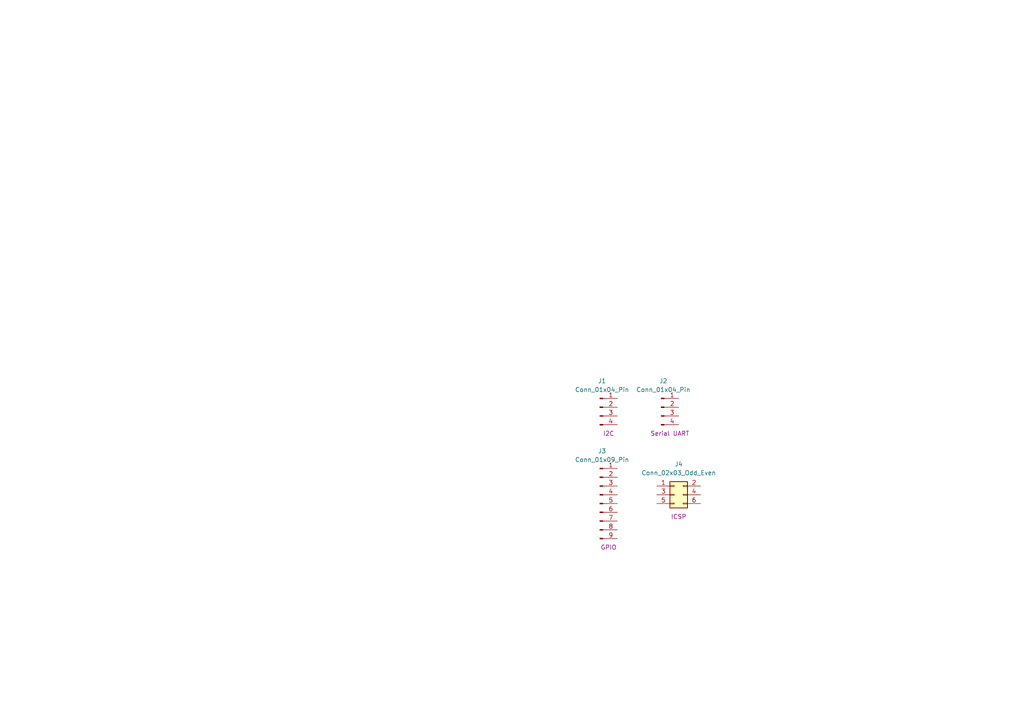
<source format=kicad_sch>
(kicad_sch (version 20230121) (generator eeschema)
  (paper "A4")
  (lib_symbols
    (symbol "Connector:Conn_01x04_Pin" (pin_names (offset 1.016) hide)
      (property "Reference" "J" (at 0 5.08 0))
      (property "Value" "Conn_01x04_Pin" (at 0 -7.62 0))
      (symbol "Conn_01x04_Pin_1_1"
        (polyline (pts (xy 1.27 -5.08) (xy 0.8636 -5.08)) (stroke (width 0.1524)))
        (polyline (pts (xy 1.27 -2.54) (xy 0.8636 -2.54)) (stroke (width 0.1524)))
        (polyline (pts (xy 1.27 0) (xy 0.8636 0)) (stroke (width 0.1524)))
        (polyline (pts (xy 1.27 2.54) (xy 0.8636 2.54)) (stroke (width 0.1524)))
        (rectangle (start 0.8636 -4.953) (end 0 -5.207) (stroke (width 0.1524)) (fill (type outline)))
        (rectangle (start 0.8636 -2.413) (end 0 -2.667) (stroke (width 0.1524)) (fill (type outline)))
        (rectangle (start 0.8636 0.127) (end 0 -0.127) (stroke (width 0.1524)) (fill (type outline)))
        (rectangle (start 0.8636 2.667) (end 0 2.413) (stroke (width 0.1524)) (fill (type outline)))
        (pin passive line (at 5.08 2.54 180) (length 3.81) (name "Pin_1") (number "1"))
        (pin passive line (at 5.08 0 180) (length 3.81) (name "Pin_2") (number "2"))
        (pin passive line (at 5.08 -2.54 180) (length 3.81) (name "Pin_3") (number "3"))
        (pin passive line (at 5.08 -5.08 180) (length 3.81) (name "Pin_4") (number "4"))
      )
    )
    (symbol "Connector:Conn_01x09_Pin" (pin_names (offset 1.016) hide)
      (property "Reference" "J" (at 0 12.7 0))
      (property "Value" "Conn_01x09_Pin" (at 0 -12.7 0))
      (symbol "Conn_01x09_Pin_1_1"
        (polyline (pts (xy 1.27 -10.16) (xy 0.8636 -10.16)) (stroke (width 0.1524)))
        (polyline (pts (xy 1.27 -7.62) (xy 0.8636 -7.62)) (stroke (width 0.1524)))
        (polyline (pts (xy 1.27 -5.08) (xy 0.8636 -5.08)) (stroke (width 0.1524)))
        (polyline (pts (xy 1.27 -2.54) (xy 0.8636 -2.54)) (stroke (width 0.1524)))
        (polyline (pts (xy 1.27 0) (xy 0.8636 0)) (stroke (width 0.1524)))
        (polyline (pts (xy 1.27 2.54) (xy 0.8636 2.54)) (stroke (width 0.1524)))
        (polyline (pts (xy 1.27 5.08) (xy 0.8636 5.08)) (stroke (width 0.1524)))
        (polyline (pts (xy 1.27 7.62) (xy 0.8636 7.62)) (stroke (width 0.1524)))
        (polyline (pts (xy 1.27 10.16) (xy 0.8636 10.16)) (stroke (width 0.1524)))
        (rectangle (start 0.8636 -10.033) (end 0 -10.287) (stroke (width 0.1524)) (fill (type outline)))
        (rectangle (start 0.8636 -7.493) (end 0 -7.747) (stroke (width 0.1524)) (fill (type outline)))
        (rectangle (start 0.8636 -4.953) (end 0 -5.207) (stroke (width 0.1524)) (fill (type outline)))
        (rectangle (start 0.8636 -2.413) (end 0 -2.667) (stroke (width 0.1524)) (fill (type outline)))
        (rectangle (start 0.8636 0.127) (end 0 -0.127) (stroke (width 0.1524)) (fill (type outline)))
        (rectangle (start 0.8636 2.667) (end 0 2.413) (stroke (width 0.1524)) (fill (type outline)))
        (rectangle (start 0.8636 5.207) (end 0 4.953) (stroke (width 0.1524)) (fill (type outline)))
        (rectangle (start 0.8636 7.747) (end 0 7.493) (stroke (width 0.1524)) (fill (type outline)))
        (rectangle (start 0.8636 10.287) (end 0 10.033) (stroke (width 0.1524)) (fill (type outline)))
        (pin passive line (at 5.08 10.16 180) (length 3.81) (name "Pin_1") (number "1"))
        (pin passive line (at 5.08 7.62 180) (length 3.81) (name "Pin_2") (number "2"))
        (pin passive line (at 5.08 5.08 180) (length 3.81) (name "Pin_3") (number "3"))
        (pin passive line (at 5.08 2.54 180) (length 3.81) (name "Pin_4") (number "4"))
        (pin passive line (at 5.08 0 180) (length 3.81) (name "Pin_5") (number "5"))
        (pin passive line (at 5.08 -2.54 180) (length 3.81) (name "Pin_6") (number "6"))
        (pin passive line (at 5.08 -5.08 180) (length 3.81) (name "Pin_7") (number "7"))
        (pin passive line (at 5.08 -7.62 180) (length 3.81) (name "Pin_8") (number "8"))
        (pin passive line (at 5.08 -10.16 180) (length 3.81) (name "Pin_9") (number "9"))
      )
    )
    (symbol "Connector_Generic:Conn_02x03_Odd_Even" (pin_names (offset 1.016) hide)
      (property "Reference" "J" (at 1.27 5.08 0))
      (property "Value" "Conn_02x03_Odd_Even" (at 1.27 -5.08 0))
      (symbol "Conn_02x03_Odd_Even_1_1"
        (rectangle (start -1.27 -2.413) (end 0 -2.667) (stroke (width 0.1524)))
        (rectangle (start -1.27 0.127) (end 0 -0.127) (stroke (width 0.1524)))
        (rectangle (start -1.27 2.667) (end 0 2.413) (stroke (width 0.1524)))
        (rectangle (start -1.27 3.81) (end 3.81 -3.81) (stroke (width 0.254)) (fill (type background)))
        (rectangle (start 3.81 -2.413) (end 2.54 -2.667) (stroke (width 0.1524)))
        (rectangle (start 3.81 0.127) (end 2.54 -0.127) (stroke (width 0.1524)))
        (rectangle (start 3.81 2.667) (end 2.54 2.413) (stroke (width 0.1524)))
        (pin passive line (at -5.08 2.54 0) (length 3.81) (name "Pin_1") (number "1"))
        (pin passive line (at 7.62 2.54 180) (length 3.81) (name "Pin_2") (number "2"))
        (pin passive line (at -5.08 0 0) (length 3.81) (name "Pin_3") (number "3"))
        (pin passive line (at 7.62 0 180) (length 3.81) (name "Pin_4") (number "4"))
        (pin passive line (at -5.08 -2.54 0) (length 3.81) (name "Pin_5") (number "5"))
        (pin passive line (at 7.62 -2.54 180) (length 3.81) (name "Pin_6") (number "6"))
      )
    )
  )
  (symbol (lib_id "Connector_Generic:Conn_02x03_Odd_Even") (at 195.58 143.51 0) (unit 1)
    (property "Reference" "J4" (at 196.85 134.62 0))
    (property "Value" "Conn_02x03_Odd_Even" (at 196.85 137.16 0))
    (property "Purpose" "ICSP" (at 196.85 149.86 0))
  )
  (symbol (lib_id "Connector:Conn_01x04_Pin") (at 191.77 118.11 0) (unit 1)
    (property "Reference" "J2" (at 192.405 110.49 0))
    (property "Value" "Conn_01x04_Pin" (at 192.405 113.03 0))
    (property "Purpose" "Serial UART" (at 194.31 125.73 0))
  )
  (symbol (lib_id "Connector:Conn_01x04_Pin") (at 173.99 118.11 0) (unit 1)
    (property "Reference" "J1" (at 174.625 110.49 0))
    (property "Value" "Conn_01x04_Pin" (at 174.625 113.03 0))
    (property "Purpose" "I2C" (at 176.53 125.73 0))
  )
  (symbol (lib_id "Connector:Conn_01x09_Pin") (at 173.99 146.05 0) (unit 1)
    (property "Reference" "J3" (at 174.625 130.81 0))
    (property "Value" "Conn_01x09_Pin" (at 174.625 133.35 0))
    (property "Purpose" "GPIO" (at 176.53 158.75 0))
  )
)
</source>
